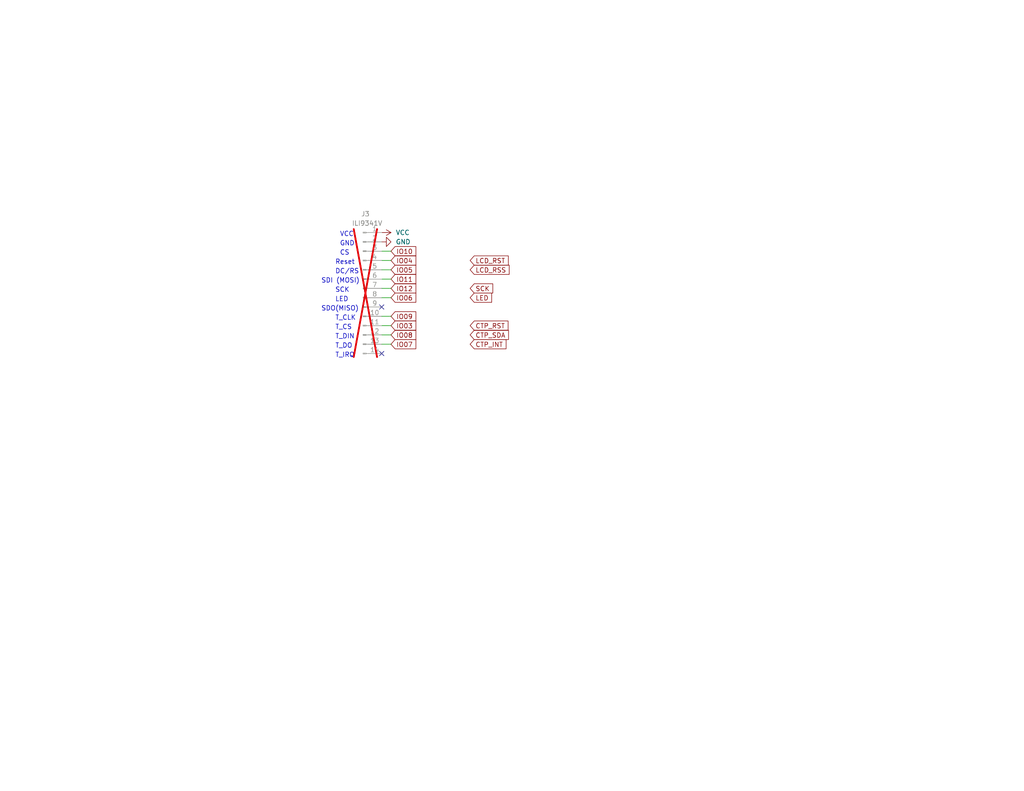
<source format=kicad_sch>
(kicad_sch (version 20250114) (generator "eeschema") (generator_version "9.0")
  (paper "USLetter")
  (title_block (title "CactusCon") (date "2024-11-23") (rev "v2.2") (company "BadgePirates") (comment 1 "SPI TFT w/Touch") (comment 2 "Lipo Charger / 14500 Battery x2 / Fuel Guage") (comment 3 "USB to Serial Connector / MicroSD / Buzzer") (comment 4 "ESP32-S3 WROOM (WIFI/BTLE) - N16"))
  (lib_symbols
    (symbol "Connector:Conn_01x14_Pin" (pin_names (offset 1.016) (hide yes))
      (property "Reference" "J" (at 0 17.78 0))
      (property "Value" "Conn_01x14_Pin" (at 0 -20.32 0))
      (symbol "Conn_01x14_Pin_1_1"
        (rectangle (start 0.8636 15.367) (end 0 15.113) (stroke (width 0.1524)) (fill (type outline)))
        (rectangle (start 0.8636 12.827) (end 0 12.573) (stroke (width 0.1524)) (fill (type outline)))
        (rectangle (start 0.8636 10.287) (end 0 10.033) (stroke (width 0.1524)) (fill (type outline)))
        (rectangle (start 0.8636 7.747) (end 0 7.493) (stroke (width 0.1524)) (fill (type outline)))
        (rectangle (start 0.8636 5.207) (end 0 4.953) (stroke (width 0.1524)) (fill (type outline)))
        (rectangle (start 0.8636 2.667) (end 0 2.413) (stroke (width 0.1524)) (fill (type outline)))
        (rectangle (start 0.8636 0.127) (end 0 -0.127) (stroke (width 0.1524)) (fill (type outline)))
        (rectangle (start 0.8636 -2.413) (end 0 -2.667) (stroke (width 0.1524)) (fill (type outline)))
        (rectangle (start 0.8636 -4.953) (end 0 -5.207) (stroke (width 0.1524)) (fill (type outline)))
        (rectangle (start 0.8636 -7.493) (end 0 -7.747) (stroke (width 0.1524)) (fill (type outline)))
        (rectangle (start 0.8636 -10.033) (end 0 -10.287) (stroke (width 0.1524)) (fill (type outline)))
        (rectangle (start 0.8636 -12.573) (end 0 -12.827) (stroke (width 0.1524)) (fill (type outline)))
        (rectangle (start 0.8636 -15.113) (end 0 -15.367) (stroke (width 0.1524)) (fill (type outline)))
        (rectangle (start 0.8636 -17.653) (end 0 -17.907) (stroke (width 0.1524)) (fill (type outline)))
        (polyline (pts (xy 1.27 15.24) (xy 0.8636 15.24)) (stroke (width 0.1524)))
        (polyline (pts (xy 1.27 12.7) (xy 0.8636 12.7)) (stroke (width 0.1524)))
        (polyline (pts (xy 1.27 10.16) (xy 0.8636 10.16)) (stroke (width 0.1524)))
        (polyline (pts (xy 1.27 7.62) (xy 0.8636 7.62)) (stroke (width 0.1524)))
        (polyline (pts (xy 1.27 5.08) (xy 0.8636 5.08)) (stroke (width 0.1524)))
        (polyline (pts (xy 1.27 2.54) (xy 0.8636 2.54)) (stroke (width 0.1524)))
        (polyline (pts (xy 1.27 0) (xy 0.8636 0)) (stroke (width 0.1524)))
        (polyline (pts (xy 1.27 -2.54) (xy 0.8636 -2.54)) (stroke (width 0.1524)))
        (polyline (pts (xy 1.27 -5.08) (xy 0.8636 -5.08)) (stroke (width 0.1524)))
        (polyline (pts (xy 1.27 -7.62) (xy 0.8636 -7.62)) (stroke (width 0.1524)))
        (polyline (pts (xy 1.27 -10.16) (xy 0.8636 -10.16)) (stroke (width 0.1524)))
        (polyline (pts (xy 1.27 -12.7) (xy 0.8636 -12.7)) (stroke (width 0.1524)))
        (polyline (pts (xy 1.27 -15.24) (xy 0.8636 -15.24)) (stroke (width 0.1524)))
        (polyline (pts (xy 1.27 -17.78) (xy 0.8636 -17.78)) (stroke (width 0.1524)))
        (pin passive line (at 5.08 15.24 180) (length 3.81) (name "Pin_1") (number "1"))
        (pin passive line (at 5.08 12.7 180) (length 3.81) (name "Pin_2") (number "2"))
        (pin passive line (at 5.08 10.16 180) (length 3.81) (name "Pin_3") (number "3"))
        (pin passive line (at 5.08 7.62 180) (length 3.81) (name "Pin_4") (number "4"))
        (pin passive line (at 5.08 5.08 180) (length 3.81) (name "Pin_5") (number "5"))
        (pin passive line (at 5.08 2.54 180) (length 3.81) (name "Pin_6") (number "6"))
        (pin passive line (at 5.08 0 180) (length 3.81) (name "Pin_7") (number "7"))
        (pin passive line (at 5.08 -2.54 180) (length 3.81) (name "Pin_8") (number "8"))
        (pin passive line (at 5.08 -5.08 180) (length 3.81) (name "Pin_9") (number "9"))
        (pin passive line (at 5.08 -7.62 180) (length 3.81) (name "Pin_10") (number "10"))
        (pin passive line (at 5.08 -10.16 180) (length 3.81) (name "Pin_11") (number "11"))
        (pin passive line (at 5.08 -12.7 180) (length 3.81) (name "Pin_12") (number "12"))
        (pin passive line (at 5.08 -15.24 180) (length 3.81) (name "Pin_13") (number "13"))
        (pin passive line (at 5.08 -17.78 180) (length 3.81) (name "Pin_14") (number "14"))
      )
    )
    (symbol "VCC_2" (power) (pin_names (offset 0))
      (property "Value" "VCC_2" (at 0 3.81 0))
      (symbol "VCC_2_0_1"
        (polyline (pts (xy -0.762 1.27) (xy 0 2.54)))
        (polyline (pts (xy 0 2.54) (xy 0.762 1.27)))
        (polyline (pts (xy 0 0) (xy 0 2.54)))
      )
      (symbol "VCC_2_1_1"
        (pin power_in line (at 0 0 90) (length 0) (hide yes) (name "VCC") (number "1"))
      )
    )
    (symbol "power:GND" (power) (pin_names (offset 0))
      (property "Value" "GND" (at 0 -3.81 0))
      (symbol "GND_0_1"
        (polyline (pts (xy 0 0) (xy 0 -1.27) (xy 1.27 -1.27) (xy 0 -2.54) (xy -1.27 -1.27) (xy 0 -1.27)))
      )
      (symbol "GND_1_1"
        (pin power_in line (at 0 0 270) (length 0) (hide yes) (name "GND") (number "1"))
      )
    )
  )
  (text "Reset" (at 91.44 72.39 0) (effects (font (size 1.27 1.27)) (justify left bottom)))
  (text "SDO(MISO)" (at 87.63 85.09 0) (effects (font (size 1.27 1.27)) (justify left bottom)))
  (text "SCK" (at 91.44 80.01 0) (effects (font (size 1.27 1.27)) (justify left bottom)))
  (text "T_CLK" (at 91.44 87.63 0) (effects (font (size 1.27 1.27)) (justify left bottom)))
  (text "SDI (MOSI)" (at 87.63 77.47 0) (effects (font (size 1.27 1.27)) (justify left bottom)))
  (text "LED" (at 91.44 82.55 0) (effects (font (size 1.27 1.27)) (justify left bottom)))
  (text "T_IRQ" (at 91.44 97.79 0) (effects (font (size 1.27 1.27)) (justify left bottom)))
  (text "T_DO" (at 91.44 95.25 0) (effects (font (size 1.27 1.27)) (justify left bottom)))
  (text "GND" (at 92.71 67.31 0) (effects (font (size 1.27 1.27)) (justify left bottom)))
  (text "T_CS" (at 91.44 90.17 0) (effects (font (size 1.27 1.27)) (justify left bottom)))
  (text "DC/RS" (at 91.44 74.93 0) (effects (font (size 1.27 1.27)) (justify left bottom)))
  (text "T_DIN" (at 91.44 92.71 0) (effects (font (size 1.27 1.27)) (justify left bottom)))
  (text "VCC" (at 92.71 64.77 0) (effects (font (size 1.27 1.27)) (justify left bottom)))
  (text "CS" (at 92.71 69.85 0) (effects (font (size 1.27 1.27)) (justify left bottom)))
  (no_connect (at 104.14 96.52))
  (no_connect (at 104.14 83.82))
  (wire (pts (xy 104.14 93.98) (xy 106.68 93.98)))
  (wire (pts (xy 104.14 78.74) (xy 106.68 78.74)))
  (wire (pts (xy 104.14 76.2) (xy 106.68 76.2)))
  (wire (pts (xy 104.14 81.28) (xy 106.68 81.28)))
  (wire (pts (xy 104.14 71.12) (xy 106.68 71.12)))
  (wire (pts (xy 104.14 86.36) (xy 106.68 86.36)))
  (wire (pts (xy 104.14 73.66) (xy 106.68 73.66)))
  (wire (pts (xy 104.14 88.9) (xy 106.68 88.9)))
  (wire (pts (xy 104.14 91.44) (xy 106.68 91.44)))
  (wire (pts (xy 104.14 68.58) (xy 106.68 68.58)))
  (global_label "IO11" (shape input) (at 106.68 76.2 0) (property "Intersheetrefs" "${INTERSHEET_REFS}" (effects (hide yes))))
  (global_label "IO05" (shape input) (at 106.68 73.66 0) (property "Intersheetrefs" "${INTERSHEET_REFS}" (effects (hide yes))))
  (global_label "SCK" (shape input) (at 128.27 78.74 0) (property "Intersheetrefs" "${INTERSHEET_REFS}" (effects (hide yes))))
  (global_label "CTP_INT" (shape input) (at 128.27 93.98 0) (property "Intersheetrefs" "${INTERSHEET_REFS}" (effects (hide yes))))
  (global_label "LCD_RSS" (shape input) (at 128.27 73.66 0) (property "Intersheetrefs" "${INTERSHEET_REFS}" (effects (hide yes))))
  (global_label "LED" (shape input) (at 128.27 81.28 0) (property "Intersheetrefs" "${INTERSHEET_REFS}" (effects (hide yes))))
  (global_label "IO07" (shape input) (at 106.68 93.98 0) (property "Intersheetrefs" "${INTERSHEET_REFS}" (effects (hide yes))))
  (global_label "CTP_RST" (shape input) (at 128.27 88.9 0) (property "Intersheetrefs" "${INTERSHEET_REFS}" (effects (hide yes))))
  (global_label "IO12" (shape input) (at 106.68 78.74 0) (property "Intersheetrefs" "${INTERSHEET_REFS}" (effects (hide yes))))
  (global_label "LCD_RST" (shape input) (at 128.27 71.12 0) (property "Intersheetrefs" "${INTERSHEET_REFS}" (effects (hide yes))))
  (global_label "IO09" (shape input) (at 106.68 86.36 0) (property "Intersheetrefs" "${INTERSHEET_REFS}" (effects (hide yes))))
  (global_label "CTP_SDA" (shape input) (at 128.27 91.44 0) (property "Intersheetrefs" "${INTERSHEET_REFS}" (effects (hide yes))))
  (global_label "IO08" (shape input) (at 106.68 91.44 0) (property "Intersheetrefs" "${INTERSHEET_REFS}" (effects (hide yes))))
  (global_label "IO06" (shape input) (at 106.68 81.28 0) (property "Intersheetrefs" "${INTERSHEET_REFS}" (effects (hide yes))))
  (global_label "IO10" (shape input) (at 106.68 68.58 0) (property "Intersheetrefs" "${INTERSHEET_REFS}" (effects (hide yes))))
  (global_label "IO04" (shape input) (at 106.68 71.12 0) (property "Intersheetrefs" "${INTERSHEET_REFS}" (effects (hide yes))))
  (global_label "IO03" (shape input) (at 106.68 88.9 0) (property "Intersheetrefs" "${INTERSHEET_REFS}" (effects (hide yes))))
  (symbol (lib_id "power:GND") (at 104.14 66.04 90) (unit 1)
    (property "Reference" "#PWR058" (effects (hide yes)))
    (property "Value" "GND" (at 107.95 66.04 90) (effects (justify right)))
  )
  (symbol (lib_name "VCC_2") (lib_id "power:VCC") (at 104.14 63.5 270) (unit 1)
    (property "Reference" "#PWR057" (effects (hide yes)))
    (property "Value" "VCC" (at 107.95 63.5 90) (effects (justify left)))
  )
  (symbol (lib_id "Connector:Conn_01x14_Pin") (at 99.06 78.74 0) (unit 1) (dnp yes)
    (property "Reference" "J3" (at 99.695 58.42 0))
    (property "Value" " ILI9341V" (at 99.695 60.96 0))
    (property "Footprint" "Connector_PinHeader_2.54mm:PinHeader_1x14_P2.54mm_Vertical" (effects (hide yes)))
  )
)
</source>
